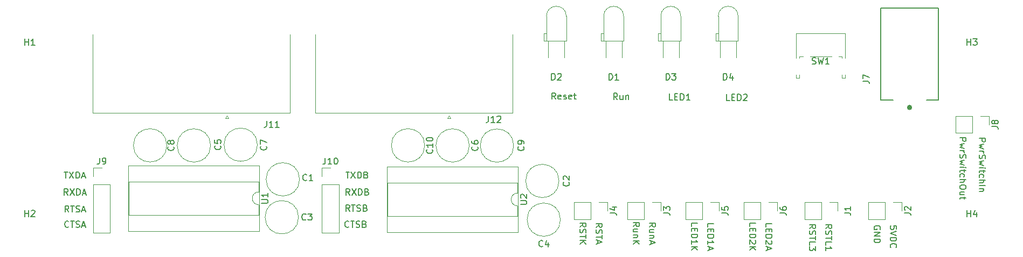
<source format=gto>
G04 #@! TF.GenerationSoftware,KiCad,Pcbnew,5.1.10*
G04 #@! TF.CreationDate,2021-11-29T20:01:27+01:00*
G04 #@! TF.ProjectId,RoscoFrontPanel,526f7363-6f46-4726-9f6e-7450616e656c,rev?*
G04 #@! TF.SameCoordinates,Original*
G04 #@! TF.FileFunction,Legend,Top*
G04 #@! TF.FilePolarity,Positive*
%FSLAX46Y46*%
G04 Gerber Fmt 4.6, Leading zero omitted, Abs format (unit mm)*
G04 Created by KiCad (PCBNEW 5.1.10) date 2021-11-29 20:01:27*
%MOMM*%
%LPD*%
G01*
G04 APERTURE LIST*
%ADD10C,0.150000*%
%ADD11C,0.127000*%
%ADD12C,0.400000*%
%ADD13C,0.120000*%
%ADD14O,4.500000X2.250000*%
%ADD15O,5.000000X2.500000*%
%ADD16C,4.000000*%
%ADD17C,1.600000*%
%ADD18R,1.600000X1.600000*%
%ADD19C,1.800000*%
%ADD20R,1.800000X1.800000*%
%ADD21C,2.100000*%
%ADD22C,1.750000*%
%ADD23C,6.400000*%
%ADD24O,1.600000X1.600000*%
%ADD25O,1.700000X1.700000*%
%ADD26R,1.700000X1.700000*%
G04 APERTURE END LIST*
D10*
X188949152Y-90977980D02*
X188472961Y-90977980D01*
X188472961Y-89977980D01*
X189282485Y-90454171D02*
X189615819Y-90454171D01*
X189758676Y-90977980D02*
X189282485Y-90977980D01*
X189282485Y-89977980D01*
X189758676Y-89977980D01*
X190187247Y-90977980D02*
X190187247Y-89977980D01*
X190425342Y-89977980D01*
X190568200Y-90025600D01*
X190663438Y-90120838D01*
X190711057Y-90216076D01*
X190758676Y-90406552D01*
X190758676Y-90549409D01*
X190711057Y-90739885D01*
X190663438Y-90835123D01*
X190568200Y-90930361D01*
X190425342Y-90977980D01*
X190187247Y-90977980D01*
X191139628Y-90073219D02*
X191187247Y-90025600D01*
X191282485Y-89977980D01*
X191520580Y-89977980D01*
X191615819Y-90025600D01*
X191663438Y-90073219D01*
X191711057Y-90168457D01*
X191711057Y-90263695D01*
X191663438Y-90406552D01*
X191092009Y-90977980D01*
X191711057Y-90977980D01*
X179982952Y-90901780D02*
X179506761Y-90901780D01*
X179506761Y-89901780D01*
X180316285Y-90377971D02*
X180649619Y-90377971D01*
X180792476Y-90901780D02*
X180316285Y-90901780D01*
X180316285Y-89901780D01*
X180792476Y-89901780D01*
X181221047Y-90901780D02*
X181221047Y-89901780D01*
X181459142Y-89901780D01*
X181602000Y-89949400D01*
X181697238Y-90044638D01*
X181744857Y-90139876D01*
X181792476Y-90330352D01*
X181792476Y-90473209D01*
X181744857Y-90663685D01*
X181697238Y-90758923D01*
X181602000Y-90854161D01*
X181459142Y-90901780D01*
X181221047Y-90901780D01*
X182744857Y-90901780D02*
X182173428Y-90901780D01*
X182459142Y-90901780D02*
X182459142Y-89901780D01*
X182363904Y-90044638D01*
X182268666Y-90139876D01*
X182173428Y-90187495D01*
X171311961Y-90825580D02*
X170978628Y-90349390D01*
X170740533Y-90825580D02*
X170740533Y-89825580D01*
X171121485Y-89825580D01*
X171216723Y-89873200D01*
X171264342Y-89920819D01*
X171311961Y-90016057D01*
X171311961Y-90158914D01*
X171264342Y-90254152D01*
X171216723Y-90301771D01*
X171121485Y-90349390D01*
X170740533Y-90349390D01*
X172169104Y-90158914D02*
X172169104Y-90825580D01*
X171740533Y-90158914D02*
X171740533Y-90682723D01*
X171788152Y-90777961D01*
X171883390Y-90825580D01*
X172026247Y-90825580D01*
X172121485Y-90777961D01*
X172169104Y-90730342D01*
X172645295Y-90158914D02*
X172645295Y-90825580D01*
X172645295Y-90254152D02*
X172692914Y-90206533D01*
X172788152Y-90158914D01*
X172931009Y-90158914D01*
X173026247Y-90206533D01*
X173073866Y-90301771D01*
X173073866Y-90825580D01*
X161626704Y-90749380D02*
X161293371Y-90273190D01*
X161055276Y-90749380D02*
X161055276Y-89749380D01*
X161436228Y-89749380D01*
X161531466Y-89797000D01*
X161579085Y-89844619D01*
X161626704Y-89939857D01*
X161626704Y-90082714D01*
X161579085Y-90177952D01*
X161531466Y-90225571D01*
X161436228Y-90273190D01*
X161055276Y-90273190D01*
X162436228Y-90701761D02*
X162340990Y-90749380D01*
X162150514Y-90749380D01*
X162055276Y-90701761D01*
X162007657Y-90606523D01*
X162007657Y-90225571D01*
X162055276Y-90130333D01*
X162150514Y-90082714D01*
X162340990Y-90082714D01*
X162436228Y-90130333D01*
X162483847Y-90225571D01*
X162483847Y-90320809D01*
X162007657Y-90416047D01*
X162864800Y-90701761D02*
X162960038Y-90749380D01*
X163150514Y-90749380D01*
X163245752Y-90701761D01*
X163293371Y-90606523D01*
X163293371Y-90558904D01*
X163245752Y-90463666D01*
X163150514Y-90416047D01*
X163007657Y-90416047D01*
X162912419Y-90368428D01*
X162864800Y-90273190D01*
X162864800Y-90225571D01*
X162912419Y-90130333D01*
X163007657Y-90082714D01*
X163150514Y-90082714D01*
X163245752Y-90130333D01*
X164102895Y-90701761D02*
X164007657Y-90749380D01*
X163817180Y-90749380D01*
X163721942Y-90701761D01*
X163674323Y-90606523D01*
X163674323Y-90225571D01*
X163721942Y-90130333D01*
X163817180Y-90082714D01*
X164007657Y-90082714D01*
X164102895Y-90130333D01*
X164150514Y-90225571D01*
X164150514Y-90320809D01*
X163674323Y-90416047D01*
X164436228Y-90082714D02*
X164817180Y-90082714D01*
X164579085Y-89749380D02*
X164579085Y-90606523D01*
X164626704Y-90701761D01*
X164721942Y-90749380D01*
X164817180Y-90749380D01*
X165409619Y-110839380D02*
X165885809Y-110506047D01*
X165409619Y-110267952D02*
X166409619Y-110267952D01*
X166409619Y-110648904D01*
X166362000Y-110744142D01*
X166314380Y-110791761D01*
X166219142Y-110839380D01*
X166076285Y-110839380D01*
X165981047Y-110791761D01*
X165933428Y-110744142D01*
X165885809Y-110648904D01*
X165885809Y-110267952D01*
X165457238Y-111220333D02*
X165409619Y-111363190D01*
X165409619Y-111601285D01*
X165457238Y-111696523D01*
X165504857Y-111744142D01*
X165600095Y-111791761D01*
X165695333Y-111791761D01*
X165790571Y-111744142D01*
X165838190Y-111696523D01*
X165885809Y-111601285D01*
X165933428Y-111410809D01*
X165981047Y-111315571D01*
X166028666Y-111267952D01*
X166123904Y-111220333D01*
X166219142Y-111220333D01*
X166314380Y-111267952D01*
X166362000Y-111315571D01*
X166409619Y-111410809D01*
X166409619Y-111648904D01*
X166362000Y-111791761D01*
X166409619Y-112077476D02*
X166409619Y-112648904D01*
X165409619Y-112363190D02*
X166409619Y-112363190D01*
X165409619Y-112982238D02*
X166409619Y-112982238D01*
X165409619Y-113553666D02*
X165981047Y-113125095D01*
X166409619Y-113553666D02*
X165838190Y-112982238D01*
X167949619Y-110910809D02*
X168425809Y-110577476D01*
X167949619Y-110339380D02*
X168949619Y-110339380D01*
X168949619Y-110720333D01*
X168902000Y-110815571D01*
X168854380Y-110863190D01*
X168759142Y-110910809D01*
X168616285Y-110910809D01*
X168521047Y-110863190D01*
X168473428Y-110815571D01*
X168425809Y-110720333D01*
X168425809Y-110339380D01*
X167997238Y-111291761D02*
X167949619Y-111434619D01*
X167949619Y-111672714D01*
X167997238Y-111767952D01*
X168044857Y-111815571D01*
X168140095Y-111863190D01*
X168235333Y-111863190D01*
X168330571Y-111815571D01*
X168378190Y-111767952D01*
X168425809Y-111672714D01*
X168473428Y-111482238D01*
X168521047Y-111387000D01*
X168568666Y-111339380D01*
X168663904Y-111291761D01*
X168759142Y-111291761D01*
X168854380Y-111339380D01*
X168902000Y-111387000D01*
X168949619Y-111482238D01*
X168949619Y-111720333D01*
X168902000Y-111863190D01*
X168949619Y-112148904D02*
X168949619Y-112720333D01*
X167949619Y-112434619D02*
X168949619Y-112434619D01*
X168235333Y-113006047D02*
X168235333Y-113482238D01*
X167949619Y-112910809D02*
X168949619Y-113244142D01*
X167949619Y-113577476D01*
X173791619Y-110791761D02*
X174267809Y-110458428D01*
X173791619Y-110220333D02*
X174791619Y-110220333D01*
X174791619Y-110601285D01*
X174744000Y-110696523D01*
X174696380Y-110744142D01*
X174601142Y-110791761D01*
X174458285Y-110791761D01*
X174363047Y-110744142D01*
X174315428Y-110696523D01*
X174267809Y-110601285D01*
X174267809Y-110220333D01*
X174458285Y-111648904D02*
X173791619Y-111648904D01*
X174458285Y-111220333D02*
X173934476Y-111220333D01*
X173839238Y-111267952D01*
X173791619Y-111363190D01*
X173791619Y-111506047D01*
X173839238Y-111601285D01*
X173886857Y-111648904D01*
X174458285Y-112125095D02*
X173791619Y-112125095D01*
X174363047Y-112125095D02*
X174410666Y-112172714D01*
X174458285Y-112267952D01*
X174458285Y-112410809D01*
X174410666Y-112506047D01*
X174315428Y-112553666D01*
X173791619Y-112553666D01*
X173791619Y-113029857D02*
X174791619Y-113029857D01*
X173791619Y-113601285D02*
X174363047Y-113172714D01*
X174791619Y-113601285D02*
X174220190Y-113029857D01*
X176331619Y-110863190D02*
X176807809Y-110529857D01*
X176331619Y-110291761D02*
X177331619Y-110291761D01*
X177331619Y-110672714D01*
X177284000Y-110767952D01*
X177236380Y-110815571D01*
X177141142Y-110863190D01*
X176998285Y-110863190D01*
X176903047Y-110815571D01*
X176855428Y-110767952D01*
X176807809Y-110672714D01*
X176807809Y-110291761D01*
X176998285Y-111720333D02*
X176331619Y-111720333D01*
X176998285Y-111291761D02*
X176474476Y-111291761D01*
X176379238Y-111339380D01*
X176331619Y-111434619D01*
X176331619Y-111577476D01*
X176379238Y-111672714D01*
X176426857Y-111720333D01*
X176998285Y-112196523D02*
X176331619Y-112196523D01*
X176903047Y-112196523D02*
X176950666Y-112244142D01*
X176998285Y-112339380D01*
X176998285Y-112482238D01*
X176950666Y-112577476D01*
X176855428Y-112625095D01*
X176331619Y-112625095D01*
X176617333Y-113053666D02*
X176617333Y-113529857D01*
X176331619Y-112958428D02*
X177331619Y-113291761D01*
X176331619Y-113625095D01*
X182935619Y-110775952D02*
X182935619Y-110299761D01*
X183935619Y-110299761D01*
X183459428Y-111109285D02*
X183459428Y-111442619D01*
X182935619Y-111585476D02*
X182935619Y-111109285D01*
X183935619Y-111109285D01*
X183935619Y-111585476D01*
X182935619Y-112014047D02*
X183935619Y-112014047D01*
X183935619Y-112252142D01*
X183888000Y-112395000D01*
X183792761Y-112490238D01*
X183697523Y-112537857D01*
X183507047Y-112585476D01*
X183364190Y-112585476D01*
X183173714Y-112537857D01*
X183078476Y-112490238D01*
X182983238Y-112395000D01*
X182935619Y-112252142D01*
X182935619Y-112014047D01*
X182935619Y-113537857D02*
X182935619Y-112966428D01*
X182935619Y-113252142D02*
X183935619Y-113252142D01*
X183792761Y-113156904D01*
X183697523Y-113061666D01*
X183649904Y-112966428D01*
X182935619Y-113966428D02*
X183935619Y-113966428D01*
X182935619Y-114537857D02*
X183507047Y-114109285D01*
X183935619Y-114537857D02*
X183364190Y-113966428D01*
X185475619Y-110847380D02*
X185475619Y-110371190D01*
X186475619Y-110371190D01*
X185999428Y-111180714D02*
X185999428Y-111514047D01*
X185475619Y-111656904D02*
X185475619Y-111180714D01*
X186475619Y-111180714D01*
X186475619Y-111656904D01*
X185475619Y-112085476D02*
X186475619Y-112085476D01*
X186475619Y-112323571D01*
X186428000Y-112466428D01*
X186332761Y-112561666D01*
X186237523Y-112609285D01*
X186047047Y-112656904D01*
X185904190Y-112656904D01*
X185713714Y-112609285D01*
X185618476Y-112561666D01*
X185523238Y-112466428D01*
X185475619Y-112323571D01*
X185475619Y-112085476D01*
X185475619Y-113609285D02*
X185475619Y-113037857D01*
X185475619Y-113323571D02*
X186475619Y-113323571D01*
X186332761Y-113228333D01*
X186237523Y-113133095D01*
X186189904Y-113037857D01*
X185761333Y-113990238D02*
X185761333Y-114466428D01*
X185475619Y-113895000D02*
X186475619Y-114228333D01*
X185475619Y-114561666D01*
X192079619Y-110775952D02*
X192079619Y-110299761D01*
X193079619Y-110299761D01*
X192603428Y-111109285D02*
X192603428Y-111442619D01*
X192079619Y-111585476D02*
X192079619Y-111109285D01*
X193079619Y-111109285D01*
X193079619Y-111585476D01*
X192079619Y-112014047D02*
X193079619Y-112014047D01*
X193079619Y-112252142D01*
X193032000Y-112395000D01*
X192936761Y-112490238D01*
X192841523Y-112537857D01*
X192651047Y-112585476D01*
X192508190Y-112585476D01*
X192317714Y-112537857D01*
X192222476Y-112490238D01*
X192127238Y-112395000D01*
X192079619Y-112252142D01*
X192079619Y-112014047D01*
X192984380Y-112966428D02*
X193032000Y-113014047D01*
X193079619Y-113109285D01*
X193079619Y-113347380D01*
X193032000Y-113442619D01*
X192984380Y-113490238D01*
X192889142Y-113537857D01*
X192793904Y-113537857D01*
X192651047Y-113490238D01*
X192079619Y-112918809D01*
X192079619Y-113537857D01*
X192079619Y-113966428D02*
X193079619Y-113966428D01*
X192079619Y-114537857D02*
X192651047Y-114109285D01*
X193079619Y-114537857D02*
X192508190Y-113966428D01*
X194619619Y-110847380D02*
X194619619Y-110371190D01*
X195619619Y-110371190D01*
X195143428Y-111180714D02*
X195143428Y-111514047D01*
X194619619Y-111656904D02*
X194619619Y-111180714D01*
X195619619Y-111180714D01*
X195619619Y-111656904D01*
X194619619Y-112085476D02*
X195619619Y-112085476D01*
X195619619Y-112323571D01*
X195572000Y-112466428D01*
X195476761Y-112561666D01*
X195381523Y-112609285D01*
X195191047Y-112656904D01*
X195048190Y-112656904D01*
X194857714Y-112609285D01*
X194762476Y-112561666D01*
X194667238Y-112466428D01*
X194619619Y-112323571D01*
X194619619Y-112085476D01*
X195524380Y-113037857D02*
X195572000Y-113085476D01*
X195619619Y-113180714D01*
X195619619Y-113418809D01*
X195572000Y-113514047D01*
X195524380Y-113561666D01*
X195429142Y-113609285D01*
X195333904Y-113609285D01*
X195191047Y-113561666D01*
X194619619Y-112990238D01*
X194619619Y-113609285D01*
X194905333Y-113990238D02*
X194905333Y-114466428D01*
X194619619Y-113895000D02*
X195619619Y-114228333D01*
X194619619Y-114561666D01*
X215177619Y-111204523D02*
X215177619Y-110728333D01*
X214701428Y-110680714D01*
X214749047Y-110728333D01*
X214796666Y-110823571D01*
X214796666Y-111061666D01*
X214749047Y-111156904D01*
X214701428Y-111204523D01*
X214606190Y-111252142D01*
X214368095Y-111252142D01*
X214272857Y-111204523D01*
X214225238Y-111156904D01*
X214177619Y-111061666D01*
X214177619Y-110823571D01*
X214225238Y-110728333D01*
X214272857Y-110680714D01*
X215177619Y-111537857D02*
X214177619Y-111871190D01*
X215177619Y-112204523D01*
X214177619Y-112537857D02*
X215177619Y-112537857D01*
X215177619Y-112775952D01*
X215130000Y-112918809D01*
X215034761Y-113014047D01*
X214939523Y-113061666D01*
X214749047Y-113109285D01*
X214606190Y-113109285D01*
X214415714Y-113061666D01*
X214320476Y-113014047D01*
X214225238Y-112918809D01*
X214177619Y-112775952D01*
X214177619Y-112537857D01*
X214272857Y-114109285D02*
X214225238Y-114061666D01*
X214177619Y-113918809D01*
X214177619Y-113823571D01*
X214225238Y-113680714D01*
X214320476Y-113585476D01*
X214415714Y-113537857D01*
X214606190Y-113490238D01*
X214749047Y-113490238D01*
X214939523Y-113537857D01*
X215034761Y-113585476D01*
X215130000Y-113680714D01*
X215177619Y-113823571D01*
X215177619Y-113918809D01*
X215130000Y-114061666D01*
X215082380Y-114109285D01*
X212590000Y-111252095D02*
X212637619Y-111156857D01*
X212637619Y-111014000D01*
X212590000Y-110871142D01*
X212494761Y-110775904D01*
X212399523Y-110728285D01*
X212209047Y-110680666D01*
X212066190Y-110680666D01*
X211875714Y-110728285D01*
X211780476Y-110775904D01*
X211685238Y-110871142D01*
X211637619Y-111014000D01*
X211637619Y-111109238D01*
X211685238Y-111252095D01*
X211732857Y-111299714D01*
X212066190Y-111299714D01*
X212066190Y-111109238D01*
X211637619Y-111728285D02*
X212637619Y-111728285D01*
X211637619Y-112299714D01*
X212637619Y-112299714D01*
X211637619Y-112775904D02*
X212637619Y-112775904D01*
X212637619Y-113014000D01*
X212590000Y-113156857D01*
X212494761Y-113252095D01*
X212399523Y-113299714D01*
X212209047Y-113347333D01*
X212066190Y-113347333D01*
X211875714Y-113299714D01*
X211780476Y-113252095D01*
X211685238Y-113156857D01*
X211637619Y-113014000D01*
X211637619Y-112775904D01*
X225099619Y-96838095D02*
X226099619Y-96838095D01*
X226099619Y-97219047D01*
X226052000Y-97314285D01*
X226004380Y-97361904D01*
X225909142Y-97409523D01*
X225766285Y-97409523D01*
X225671047Y-97361904D01*
X225623428Y-97314285D01*
X225575809Y-97219047D01*
X225575809Y-96838095D01*
X225766285Y-97742857D02*
X225099619Y-97933333D01*
X225575809Y-98123809D01*
X225099619Y-98314285D01*
X225766285Y-98504761D01*
X225099619Y-98885714D02*
X225766285Y-98885714D01*
X225575809Y-98885714D02*
X225671047Y-98933333D01*
X225718666Y-98980952D01*
X225766285Y-99076190D01*
X225766285Y-99171428D01*
X225147238Y-99457142D02*
X225099619Y-99600000D01*
X225099619Y-99838095D01*
X225147238Y-99933333D01*
X225194857Y-99980952D01*
X225290095Y-100028571D01*
X225385333Y-100028571D01*
X225480571Y-99980952D01*
X225528190Y-99933333D01*
X225575809Y-99838095D01*
X225623428Y-99647619D01*
X225671047Y-99552380D01*
X225718666Y-99504761D01*
X225813904Y-99457142D01*
X225909142Y-99457142D01*
X226004380Y-99504761D01*
X226052000Y-99552380D01*
X226099619Y-99647619D01*
X226099619Y-99885714D01*
X226052000Y-100028571D01*
X225766285Y-100361904D02*
X225099619Y-100552380D01*
X225575809Y-100742857D01*
X225099619Y-100933333D01*
X225766285Y-101123809D01*
X225099619Y-101504761D02*
X225766285Y-101504761D01*
X226099619Y-101504761D02*
X226052000Y-101457142D01*
X226004380Y-101504761D01*
X226052000Y-101552380D01*
X226099619Y-101504761D01*
X226004380Y-101504761D01*
X225766285Y-101838095D02*
X225766285Y-102219047D01*
X226099619Y-101980952D02*
X225242476Y-101980952D01*
X225147238Y-102028571D01*
X225099619Y-102123809D01*
X225099619Y-102219047D01*
X225147238Y-102980952D02*
X225099619Y-102885714D01*
X225099619Y-102695238D01*
X225147238Y-102600000D01*
X225194857Y-102552380D01*
X225290095Y-102504761D01*
X225575809Y-102504761D01*
X225671047Y-102552380D01*
X225718666Y-102600000D01*
X225766285Y-102695238D01*
X225766285Y-102885714D01*
X225718666Y-102980952D01*
X225099619Y-103409523D02*
X226099619Y-103409523D01*
X225099619Y-103838095D02*
X225623428Y-103838095D01*
X225718666Y-103790476D01*
X225766285Y-103695238D01*
X225766285Y-103552380D01*
X225718666Y-103457142D01*
X225671047Y-103409523D01*
X226099619Y-104504761D02*
X226099619Y-104695238D01*
X226052000Y-104790476D01*
X225956761Y-104885714D01*
X225766285Y-104933333D01*
X225432952Y-104933333D01*
X225242476Y-104885714D01*
X225147238Y-104790476D01*
X225099619Y-104695238D01*
X225099619Y-104504761D01*
X225147238Y-104409523D01*
X225242476Y-104314285D01*
X225432952Y-104266666D01*
X225766285Y-104266666D01*
X225956761Y-104314285D01*
X226052000Y-104409523D01*
X226099619Y-104504761D01*
X225766285Y-105790476D02*
X225099619Y-105790476D01*
X225766285Y-105361904D02*
X225242476Y-105361904D01*
X225147238Y-105409523D01*
X225099619Y-105504761D01*
X225099619Y-105647619D01*
X225147238Y-105742857D01*
X225194857Y-105790476D01*
X225766285Y-106123809D02*
X225766285Y-106504761D01*
X226099619Y-106266666D02*
X225242476Y-106266666D01*
X225147238Y-106314285D01*
X225099619Y-106409523D01*
X225099619Y-106504761D01*
X228147619Y-96901523D02*
X229147619Y-96901523D01*
X229147619Y-97282476D01*
X229100000Y-97377714D01*
X229052380Y-97425333D01*
X228957142Y-97472952D01*
X228814285Y-97472952D01*
X228719047Y-97425333D01*
X228671428Y-97377714D01*
X228623809Y-97282476D01*
X228623809Y-96901523D01*
X228814285Y-97806285D02*
X228147619Y-97996761D01*
X228623809Y-98187238D01*
X228147619Y-98377714D01*
X228814285Y-98568190D01*
X228147619Y-98949142D02*
X228814285Y-98949142D01*
X228623809Y-98949142D02*
X228719047Y-98996761D01*
X228766666Y-99044380D01*
X228814285Y-99139619D01*
X228814285Y-99234857D01*
X228195238Y-99520571D02*
X228147619Y-99663428D01*
X228147619Y-99901523D01*
X228195238Y-99996761D01*
X228242857Y-100044380D01*
X228338095Y-100092000D01*
X228433333Y-100092000D01*
X228528571Y-100044380D01*
X228576190Y-99996761D01*
X228623809Y-99901523D01*
X228671428Y-99711047D01*
X228719047Y-99615809D01*
X228766666Y-99568190D01*
X228861904Y-99520571D01*
X228957142Y-99520571D01*
X229052380Y-99568190D01*
X229100000Y-99615809D01*
X229147619Y-99711047D01*
X229147619Y-99949142D01*
X229100000Y-100092000D01*
X228814285Y-100425333D02*
X228147619Y-100615809D01*
X228623809Y-100806285D01*
X228147619Y-100996761D01*
X228814285Y-101187238D01*
X228147619Y-101568190D02*
X228814285Y-101568190D01*
X229147619Y-101568190D02*
X229100000Y-101520571D01*
X229052380Y-101568190D01*
X229100000Y-101615809D01*
X229147619Y-101568190D01*
X229052380Y-101568190D01*
X228814285Y-101901523D02*
X228814285Y-102282476D01*
X229147619Y-102044380D02*
X228290476Y-102044380D01*
X228195238Y-102092000D01*
X228147619Y-102187238D01*
X228147619Y-102282476D01*
X228195238Y-103044380D02*
X228147619Y-102949142D01*
X228147619Y-102758666D01*
X228195238Y-102663428D01*
X228242857Y-102615809D01*
X228338095Y-102568190D01*
X228623809Y-102568190D01*
X228719047Y-102615809D01*
X228766666Y-102663428D01*
X228814285Y-102758666D01*
X228814285Y-102949142D01*
X228766666Y-103044380D01*
X228147619Y-103472952D02*
X229147619Y-103472952D01*
X228147619Y-103901523D02*
X228671428Y-103901523D01*
X228766666Y-103853904D01*
X228814285Y-103758666D01*
X228814285Y-103615809D01*
X228766666Y-103520571D01*
X228719047Y-103472952D01*
X228147619Y-104377714D02*
X229147619Y-104377714D01*
X228814285Y-104853904D02*
X228147619Y-104853904D01*
X228719047Y-104853904D02*
X228766666Y-104901523D01*
X228814285Y-104996761D01*
X228814285Y-105139619D01*
X228766666Y-105234857D01*
X228671428Y-105282476D01*
X228147619Y-105282476D01*
X201477619Y-111093428D02*
X201953809Y-110760095D01*
X201477619Y-110522000D02*
X202477619Y-110522000D01*
X202477619Y-110902952D01*
X202430000Y-110998190D01*
X202382380Y-111045809D01*
X202287142Y-111093428D01*
X202144285Y-111093428D01*
X202049047Y-111045809D01*
X202001428Y-110998190D01*
X201953809Y-110902952D01*
X201953809Y-110522000D01*
X201525238Y-111474380D02*
X201477619Y-111617238D01*
X201477619Y-111855333D01*
X201525238Y-111950571D01*
X201572857Y-111998190D01*
X201668095Y-112045809D01*
X201763333Y-112045809D01*
X201858571Y-111998190D01*
X201906190Y-111950571D01*
X201953809Y-111855333D01*
X202001428Y-111664857D01*
X202049047Y-111569619D01*
X202096666Y-111522000D01*
X202191904Y-111474380D01*
X202287142Y-111474380D01*
X202382380Y-111522000D01*
X202430000Y-111569619D01*
X202477619Y-111664857D01*
X202477619Y-111902952D01*
X202430000Y-112045809D01*
X202477619Y-112331523D02*
X202477619Y-112902952D01*
X201477619Y-112617238D02*
X202477619Y-112617238D01*
X201477619Y-113712476D02*
X201477619Y-113236285D01*
X202477619Y-113236285D01*
X202477619Y-113950571D02*
X202477619Y-114569619D01*
X202096666Y-114236285D01*
X202096666Y-114379142D01*
X202049047Y-114474380D01*
X202001428Y-114522000D01*
X201906190Y-114569619D01*
X201668095Y-114569619D01*
X201572857Y-114522000D01*
X201525238Y-114474380D01*
X201477619Y-114379142D01*
X201477619Y-114093428D01*
X201525238Y-113998190D01*
X201572857Y-113950571D01*
X204017619Y-111093428D02*
X204493809Y-110760095D01*
X204017619Y-110522000D02*
X205017619Y-110522000D01*
X205017619Y-110902952D01*
X204970000Y-110998190D01*
X204922380Y-111045809D01*
X204827142Y-111093428D01*
X204684285Y-111093428D01*
X204589047Y-111045809D01*
X204541428Y-110998190D01*
X204493809Y-110902952D01*
X204493809Y-110522000D01*
X204065238Y-111474380D02*
X204017619Y-111617238D01*
X204017619Y-111855333D01*
X204065238Y-111950571D01*
X204112857Y-111998190D01*
X204208095Y-112045809D01*
X204303333Y-112045809D01*
X204398571Y-111998190D01*
X204446190Y-111950571D01*
X204493809Y-111855333D01*
X204541428Y-111664857D01*
X204589047Y-111569619D01*
X204636666Y-111522000D01*
X204731904Y-111474380D01*
X204827142Y-111474380D01*
X204922380Y-111522000D01*
X204970000Y-111569619D01*
X205017619Y-111664857D01*
X205017619Y-111902952D01*
X204970000Y-112045809D01*
X205017619Y-112331523D02*
X205017619Y-112902952D01*
X204017619Y-112617238D02*
X205017619Y-112617238D01*
X204017619Y-113712476D02*
X204017619Y-113236285D01*
X205017619Y-113236285D01*
X204017619Y-114569619D02*
X204017619Y-113998190D01*
X204017619Y-114283904D02*
X205017619Y-114283904D01*
X204874761Y-114188666D01*
X204779523Y-114093428D01*
X204731904Y-113998190D01*
X129127380Y-110847142D02*
X129079761Y-110894761D01*
X128936904Y-110942380D01*
X128841666Y-110942380D01*
X128698809Y-110894761D01*
X128603571Y-110799523D01*
X128555952Y-110704285D01*
X128508333Y-110513809D01*
X128508333Y-110370952D01*
X128555952Y-110180476D01*
X128603571Y-110085238D01*
X128698809Y-109990000D01*
X128841666Y-109942380D01*
X128936904Y-109942380D01*
X129079761Y-109990000D01*
X129127380Y-110037619D01*
X129413095Y-109942380D02*
X129984523Y-109942380D01*
X129698809Y-110942380D02*
X129698809Y-109942380D01*
X130270238Y-110894761D02*
X130413095Y-110942380D01*
X130651190Y-110942380D01*
X130746428Y-110894761D01*
X130794047Y-110847142D01*
X130841666Y-110751904D01*
X130841666Y-110656666D01*
X130794047Y-110561428D01*
X130746428Y-110513809D01*
X130651190Y-110466190D01*
X130460714Y-110418571D01*
X130365476Y-110370952D01*
X130317857Y-110323333D01*
X130270238Y-110228095D01*
X130270238Y-110132857D01*
X130317857Y-110037619D01*
X130365476Y-109990000D01*
X130460714Y-109942380D01*
X130698809Y-109942380D01*
X130841666Y-109990000D01*
X131603571Y-110418571D02*
X131746428Y-110466190D01*
X131794047Y-110513809D01*
X131841666Y-110609047D01*
X131841666Y-110751904D01*
X131794047Y-110847142D01*
X131746428Y-110894761D01*
X131651190Y-110942380D01*
X131270238Y-110942380D01*
X131270238Y-109942380D01*
X131603571Y-109942380D01*
X131698809Y-109990000D01*
X131746428Y-110037619D01*
X131794047Y-110132857D01*
X131794047Y-110228095D01*
X131746428Y-110323333D01*
X131698809Y-110370952D01*
X131603571Y-110418571D01*
X131270238Y-110418571D01*
X129254380Y-108402380D02*
X128921047Y-107926190D01*
X128682952Y-108402380D02*
X128682952Y-107402380D01*
X129063904Y-107402380D01*
X129159142Y-107450000D01*
X129206761Y-107497619D01*
X129254380Y-107592857D01*
X129254380Y-107735714D01*
X129206761Y-107830952D01*
X129159142Y-107878571D01*
X129063904Y-107926190D01*
X128682952Y-107926190D01*
X129540095Y-107402380D02*
X130111523Y-107402380D01*
X129825809Y-108402380D02*
X129825809Y-107402380D01*
X130397238Y-108354761D02*
X130540095Y-108402380D01*
X130778190Y-108402380D01*
X130873428Y-108354761D01*
X130921047Y-108307142D01*
X130968666Y-108211904D01*
X130968666Y-108116666D01*
X130921047Y-108021428D01*
X130873428Y-107973809D01*
X130778190Y-107926190D01*
X130587714Y-107878571D01*
X130492476Y-107830952D01*
X130444857Y-107783333D01*
X130397238Y-107688095D01*
X130397238Y-107592857D01*
X130444857Y-107497619D01*
X130492476Y-107450000D01*
X130587714Y-107402380D01*
X130825809Y-107402380D01*
X130968666Y-107450000D01*
X131730571Y-107878571D02*
X131873428Y-107926190D01*
X131921047Y-107973809D01*
X131968666Y-108069047D01*
X131968666Y-108211904D01*
X131921047Y-108307142D01*
X131873428Y-108354761D01*
X131778190Y-108402380D01*
X131397238Y-108402380D01*
X131397238Y-107402380D01*
X131730571Y-107402380D01*
X131825809Y-107450000D01*
X131873428Y-107497619D01*
X131921047Y-107592857D01*
X131921047Y-107688095D01*
X131873428Y-107783333D01*
X131825809Y-107830952D01*
X131730571Y-107878571D01*
X131397238Y-107878571D01*
X129262333Y-105862380D02*
X128929000Y-105386190D01*
X128690904Y-105862380D02*
X128690904Y-104862380D01*
X129071857Y-104862380D01*
X129167095Y-104910000D01*
X129214714Y-104957619D01*
X129262333Y-105052857D01*
X129262333Y-105195714D01*
X129214714Y-105290952D01*
X129167095Y-105338571D01*
X129071857Y-105386190D01*
X128690904Y-105386190D01*
X129595666Y-104862380D02*
X130262333Y-105862380D01*
X130262333Y-104862380D02*
X129595666Y-105862380D01*
X130643285Y-105862380D02*
X130643285Y-104862380D01*
X130881380Y-104862380D01*
X131024238Y-104910000D01*
X131119476Y-105005238D01*
X131167095Y-105100476D01*
X131214714Y-105290952D01*
X131214714Y-105433809D01*
X131167095Y-105624285D01*
X131119476Y-105719523D01*
X131024238Y-105814761D01*
X130881380Y-105862380D01*
X130643285Y-105862380D01*
X131976619Y-105338571D02*
X132119476Y-105386190D01*
X132167095Y-105433809D01*
X132214714Y-105529047D01*
X132214714Y-105671904D01*
X132167095Y-105767142D01*
X132119476Y-105814761D01*
X132024238Y-105862380D01*
X131643285Y-105862380D01*
X131643285Y-104862380D01*
X131976619Y-104862380D01*
X132071857Y-104910000D01*
X132119476Y-104957619D01*
X132167095Y-105052857D01*
X132167095Y-105148095D01*
X132119476Y-105243333D01*
X132071857Y-105290952D01*
X131976619Y-105338571D01*
X131643285Y-105338571D01*
X128667095Y-102195380D02*
X129238523Y-102195380D01*
X128952809Y-103195380D02*
X128952809Y-102195380D01*
X129476619Y-102195380D02*
X130143285Y-103195380D01*
X130143285Y-102195380D02*
X129476619Y-103195380D01*
X130524238Y-103195380D02*
X130524238Y-102195380D01*
X130762333Y-102195380D01*
X130905190Y-102243000D01*
X131000428Y-102338238D01*
X131048047Y-102433476D01*
X131095666Y-102623952D01*
X131095666Y-102766809D01*
X131048047Y-102957285D01*
X131000428Y-103052523D01*
X130905190Y-103147761D01*
X130762333Y-103195380D01*
X130524238Y-103195380D01*
X131857571Y-102671571D02*
X132000428Y-102719190D01*
X132048047Y-102766809D01*
X132095666Y-102862047D01*
X132095666Y-103004904D01*
X132048047Y-103100142D01*
X132000428Y-103147761D01*
X131905190Y-103195380D01*
X131524238Y-103195380D01*
X131524238Y-102195380D01*
X131857571Y-102195380D01*
X131952809Y-102243000D01*
X132000428Y-102290619D01*
X132048047Y-102385857D01*
X132048047Y-102481095D01*
X132000428Y-102576333D01*
X131952809Y-102623952D01*
X131857571Y-102671571D01*
X131524238Y-102671571D01*
X85129809Y-110847142D02*
X85082190Y-110894761D01*
X84939333Y-110942380D01*
X84844095Y-110942380D01*
X84701238Y-110894761D01*
X84606000Y-110799523D01*
X84558380Y-110704285D01*
X84510761Y-110513809D01*
X84510761Y-110370952D01*
X84558380Y-110180476D01*
X84606000Y-110085238D01*
X84701238Y-109990000D01*
X84844095Y-109942380D01*
X84939333Y-109942380D01*
X85082190Y-109990000D01*
X85129809Y-110037619D01*
X85415523Y-109942380D02*
X85986952Y-109942380D01*
X85701238Y-110942380D02*
X85701238Y-109942380D01*
X86272666Y-110894761D02*
X86415523Y-110942380D01*
X86653619Y-110942380D01*
X86748857Y-110894761D01*
X86796476Y-110847142D01*
X86844095Y-110751904D01*
X86844095Y-110656666D01*
X86796476Y-110561428D01*
X86748857Y-110513809D01*
X86653619Y-110466190D01*
X86463142Y-110418571D01*
X86367904Y-110370952D01*
X86320285Y-110323333D01*
X86272666Y-110228095D01*
X86272666Y-110132857D01*
X86320285Y-110037619D01*
X86367904Y-109990000D01*
X86463142Y-109942380D01*
X86701238Y-109942380D01*
X86844095Y-109990000D01*
X87225047Y-110656666D02*
X87701238Y-110656666D01*
X87129809Y-110942380D02*
X87463142Y-109942380D01*
X87796476Y-110942380D01*
X85129809Y-108529380D02*
X84796476Y-108053190D01*
X84558380Y-108529380D02*
X84558380Y-107529380D01*
X84939333Y-107529380D01*
X85034571Y-107577000D01*
X85082190Y-107624619D01*
X85129809Y-107719857D01*
X85129809Y-107862714D01*
X85082190Y-107957952D01*
X85034571Y-108005571D01*
X84939333Y-108053190D01*
X84558380Y-108053190D01*
X85415523Y-107529380D02*
X85986952Y-107529380D01*
X85701238Y-108529380D02*
X85701238Y-107529380D01*
X86272666Y-108481761D02*
X86415523Y-108529380D01*
X86653619Y-108529380D01*
X86748857Y-108481761D01*
X86796476Y-108434142D01*
X86844095Y-108338904D01*
X86844095Y-108243666D01*
X86796476Y-108148428D01*
X86748857Y-108100809D01*
X86653619Y-108053190D01*
X86463142Y-108005571D01*
X86367904Y-107957952D01*
X86320285Y-107910333D01*
X86272666Y-107815095D01*
X86272666Y-107719857D01*
X86320285Y-107624619D01*
X86367904Y-107577000D01*
X86463142Y-107529380D01*
X86701238Y-107529380D01*
X86844095Y-107577000D01*
X87225047Y-108243666D02*
X87701238Y-108243666D01*
X87129809Y-108529380D02*
X87463142Y-107529380D01*
X87796476Y-108529380D01*
X85010761Y-105862380D02*
X84677428Y-105386190D01*
X84439333Y-105862380D02*
X84439333Y-104862380D01*
X84820285Y-104862380D01*
X84915523Y-104910000D01*
X84963142Y-104957619D01*
X85010761Y-105052857D01*
X85010761Y-105195714D01*
X84963142Y-105290952D01*
X84915523Y-105338571D01*
X84820285Y-105386190D01*
X84439333Y-105386190D01*
X85344095Y-104862380D02*
X86010761Y-105862380D01*
X86010761Y-104862380D02*
X85344095Y-105862380D01*
X86391714Y-105862380D02*
X86391714Y-104862380D01*
X86629809Y-104862380D01*
X86772666Y-104910000D01*
X86867904Y-105005238D01*
X86915523Y-105100476D01*
X86963142Y-105290952D01*
X86963142Y-105433809D01*
X86915523Y-105624285D01*
X86867904Y-105719523D01*
X86772666Y-105814761D01*
X86629809Y-105862380D01*
X86391714Y-105862380D01*
X87344095Y-105576666D02*
X87820285Y-105576666D01*
X87248857Y-105862380D02*
X87582190Y-104862380D01*
X87915523Y-105862380D01*
X84415523Y-102195380D02*
X84986952Y-102195380D01*
X84701238Y-103195380D02*
X84701238Y-102195380D01*
X85225047Y-102195380D02*
X85891714Y-103195380D01*
X85891714Y-102195380D02*
X85225047Y-103195380D01*
X86272666Y-103195380D02*
X86272666Y-102195380D01*
X86510761Y-102195380D01*
X86653619Y-102243000D01*
X86748857Y-102338238D01*
X86796476Y-102433476D01*
X86844095Y-102623952D01*
X86844095Y-102766809D01*
X86796476Y-102957285D01*
X86748857Y-103052523D01*
X86653619Y-103147761D01*
X86510761Y-103195380D01*
X86272666Y-103195380D01*
X87225047Y-102909666D02*
X87701238Y-102909666D01*
X87129809Y-103195380D02*
X87463142Y-102195380D01*
X87796476Y-103195380D01*
D11*
X212720800Y-76368400D02*
X221720800Y-76368400D01*
X221720800Y-76368400D02*
X221720800Y-90868400D01*
X221720800Y-90868400D02*
X219870800Y-90868400D01*
X212720800Y-90868400D02*
X212720800Y-76368400D01*
X214670800Y-90868400D02*
X212720800Y-90868400D01*
D12*
X217420800Y-92068400D02*
G75*
G03*
X217420800Y-92068400I-200000J0D01*
G01*
D13*
X154825000Y-80560000D02*
X154825000Y-92900000D01*
X154825000Y-92900000D02*
X123855000Y-92900000D01*
X123855000Y-92900000D02*
X123855000Y-80560000D01*
X145130000Y-93794338D02*
X144630000Y-93794338D01*
X144630000Y-93794338D02*
X144880000Y-93361325D01*
X144880000Y-93361325D02*
X145130000Y-93794338D01*
X119905000Y-80550000D02*
X119905000Y-92890000D01*
X119905000Y-92890000D02*
X88935000Y-92890000D01*
X88935000Y-92890000D02*
X88935000Y-80550000D01*
X110210000Y-93784338D02*
X109710000Y-93784338D01*
X109710000Y-93784338D02*
X109960000Y-93351325D01*
X109960000Y-93351325D02*
X110210000Y-93784338D01*
X190282000Y-81550000D02*
X190282000Y-77690000D01*
X187162000Y-81550000D02*
X187162000Y-77690000D01*
X190282000Y-81550000D02*
X187162000Y-81550000D01*
X186762000Y-81550000D02*
X186762000Y-80430000D01*
X186762000Y-80430000D02*
X187162000Y-80430000D01*
X187162000Y-80430000D02*
X187162000Y-81550000D01*
X187162000Y-81550000D02*
X186762000Y-81550000D01*
X189992000Y-84220000D02*
X189992000Y-81550000D01*
X189992000Y-81550000D02*
X189992000Y-81550000D01*
X189992000Y-81550000D02*
X189992000Y-84220000D01*
X189992000Y-84220000D02*
X189992000Y-84220000D01*
X187452000Y-84220000D02*
X187452000Y-81550000D01*
X187452000Y-81550000D02*
X187452000Y-81550000D01*
X187452000Y-81550000D02*
X187452000Y-84220000D01*
X187452000Y-84220000D02*
X187452000Y-84220000D01*
X187162000Y-77690000D02*
G75*
G02*
X190282000Y-77690000I1560000J0D01*
G01*
X181265000Y-81550000D02*
X181265000Y-77690000D01*
X178145000Y-81550000D02*
X178145000Y-77690000D01*
X181265000Y-81550000D02*
X178145000Y-81550000D01*
X177745000Y-81550000D02*
X177745000Y-80430000D01*
X177745000Y-80430000D02*
X178145000Y-80430000D01*
X178145000Y-80430000D02*
X178145000Y-81550000D01*
X178145000Y-81550000D02*
X177745000Y-81550000D01*
X180975000Y-84220000D02*
X180975000Y-81550000D01*
X180975000Y-81550000D02*
X180975000Y-81550000D01*
X180975000Y-81550000D02*
X180975000Y-84220000D01*
X180975000Y-84220000D02*
X180975000Y-84220000D01*
X178435000Y-84220000D02*
X178435000Y-81550000D01*
X178435000Y-81550000D02*
X178435000Y-81550000D01*
X178435000Y-81550000D02*
X178435000Y-84220000D01*
X178435000Y-84220000D02*
X178435000Y-84220000D01*
X178145000Y-77690000D02*
G75*
G02*
X181265000Y-77690000I1560000J0D01*
G01*
X160460000Y-84220000D02*
X160460000Y-84220000D01*
X160460000Y-81550000D02*
X160460000Y-84220000D01*
X160460000Y-81550000D02*
X160460000Y-81550000D01*
X160460000Y-84220000D02*
X160460000Y-81550000D01*
X163000000Y-84220000D02*
X163000000Y-84220000D01*
X163000000Y-81550000D02*
X163000000Y-84220000D01*
X163000000Y-81550000D02*
X163000000Y-81550000D01*
X163000000Y-84220000D02*
X163000000Y-81550000D01*
X160170000Y-81550000D02*
X159770000Y-81550000D01*
X160170000Y-80430000D02*
X160170000Y-81550000D01*
X159770000Y-80430000D02*
X160170000Y-80430000D01*
X159770000Y-81550000D02*
X159770000Y-80430000D01*
X163290000Y-81550000D02*
X160170000Y-81550000D01*
X160170000Y-81550000D02*
X160170000Y-77690000D01*
X163290000Y-81550000D02*
X163290000Y-77690000D01*
X160170000Y-77690000D02*
G75*
G02*
X163290000Y-77690000I1560000J0D01*
G01*
X169460000Y-84220000D02*
X169460000Y-84220000D01*
X169460000Y-81550000D02*
X169460000Y-84220000D01*
X169460000Y-81550000D02*
X169460000Y-81550000D01*
X169460000Y-84220000D02*
X169460000Y-81550000D01*
X172000000Y-84220000D02*
X172000000Y-84220000D01*
X172000000Y-81550000D02*
X172000000Y-84220000D01*
X172000000Y-81550000D02*
X172000000Y-81550000D01*
X172000000Y-84220000D02*
X172000000Y-81550000D01*
X169170000Y-81550000D02*
X168770000Y-81550000D01*
X169170000Y-80430000D02*
X169170000Y-81550000D01*
X168770000Y-80430000D02*
X169170000Y-80430000D01*
X168770000Y-81550000D02*
X168770000Y-80430000D01*
X172290000Y-81550000D02*
X169170000Y-81550000D01*
X169170000Y-81550000D02*
X169170000Y-77690000D01*
X172290000Y-81550000D02*
X172290000Y-77690000D01*
X169170000Y-77690000D02*
G75*
G02*
X172290000Y-77690000I1560000J0D01*
G01*
X201550000Y-84060000D02*
X204950000Y-84060000D01*
X199910000Y-84060000D02*
X200450000Y-84060000D01*
X207110000Y-86890000D02*
X207110000Y-87400000D01*
X206590000Y-87400000D02*
X207110000Y-87400000D01*
X206590000Y-86890000D02*
X206590000Y-87400000D01*
X206050000Y-84060000D02*
X206590000Y-84060000D01*
X199390000Y-86890000D02*
X199390000Y-87400000D01*
X199910000Y-86890000D02*
X199910000Y-87400000D01*
X206590000Y-84060000D02*
X206590000Y-84290000D01*
X199390000Y-80390000D02*
X199390000Y-84290000D01*
X199390000Y-87400000D02*
X199910000Y-87400000D01*
X207110000Y-80390000D02*
X207110000Y-84290000D01*
X199390000Y-80390000D02*
X207110000Y-80390000D01*
X199910000Y-84060000D02*
X199910000Y-84290000D01*
X155699000Y-111691000D02*
X155699000Y-101411000D01*
X135139000Y-111691000D02*
X155699000Y-111691000D01*
X135139000Y-101411000D02*
X135139000Y-111691000D01*
X155699000Y-101411000D02*
X135139000Y-101411000D01*
X155639000Y-109201000D02*
X155639000Y-107551000D01*
X135199000Y-109201000D02*
X155639000Y-109201000D01*
X135199000Y-103901000D02*
X135199000Y-109201000D01*
X155639000Y-103901000D02*
X135199000Y-103901000D01*
X155639000Y-105551000D02*
X155639000Y-103901000D01*
X155639000Y-107551000D02*
G75*
G02*
X155639000Y-105551000I0J1000000D01*
G01*
X115029600Y-111515200D02*
X115029600Y-101235200D01*
X94469600Y-111515200D02*
X115029600Y-111515200D01*
X94469600Y-101235200D02*
X94469600Y-111515200D01*
X115029600Y-101235200D02*
X94469600Y-101235200D01*
X114969600Y-109025200D02*
X114969600Y-107375200D01*
X94529600Y-109025200D02*
X114969600Y-109025200D01*
X94529600Y-103725200D02*
X94529600Y-109025200D01*
X114969600Y-103725200D02*
X94529600Y-103725200D01*
X114969600Y-105375200D02*
X114969600Y-103725200D01*
X114969600Y-107375200D02*
G75*
G02*
X114969600Y-105375200I0J1000000D01*
G01*
X124908000Y-101540000D02*
X126238000Y-101540000D01*
X124908000Y-102870000D02*
X124908000Y-101540000D01*
X124908000Y-104140000D02*
X127568000Y-104140000D01*
X127568000Y-104140000D02*
X127568000Y-111820000D01*
X124908000Y-104140000D02*
X124908000Y-111820000D01*
X124908000Y-111820000D02*
X127568000Y-111820000D01*
X88967000Y-101540000D02*
X90297000Y-101540000D01*
X88967000Y-102870000D02*
X88967000Y-101540000D01*
X88967000Y-104140000D02*
X91627000Y-104140000D01*
X91627000Y-104140000D02*
X91627000Y-111820000D01*
X88967000Y-104140000D02*
X88967000Y-111820000D01*
X88967000Y-111820000D02*
X91627000Y-111820000D01*
X229676000Y-93412000D02*
X229676000Y-94742000D01*
X228346000Y-93412000D02*
X229676000Y-93412000D01*
X227076000Y-93412000D02*
X227076000Y-96072000D01*
X227076000Y-96072000D02*
X224476000Y-96072000D01*
X227076000Y-93412000D02*
X224476000Y-93412000D01*
X224476000Y-93412000D02*
X224476000Y-96072000D01*
X196402000Y-107001000D02*
X196402000Y-108331000D01*
X195072000Y-107001000D02*
X196402000Y-107001000D01*
X193802000Y-107001000D02*
X193802000Y-109661000D01*
X193802000Y-109661000D02*
X191202000Y-109661000D01*
X193802000Y-107001000D02*
X191202000Y-107001000D01*
X191202000Y-107001000D02*
X191202000Y-109661000D01*
X187258000Y-107001000D02*
X187258000Y-108331000D01*
X185928000Y-107001000D02*
X187258000Y-107001000D01*
X184658000Y-107001000D02*
X184658000Y-109661000D01*
X184658000Y-109661000D02*
X182058000Y-109661000D01*
X184658000Y-107001000D02*
X182058000Y-107001000D01*
X182058000Y-107001000D02*
X182058000Y-109661000D01*
X169732000Y-107001000D02*
X169732000Y-108331000D01*
X168402000Y-107001000D02*
X169732000Y-107001000D01*
X167132000Y-107001000D02*
X167132000Y-109661000D01*
X167132000Y-109661000D02*
X164532000Y-109661000D01*
X167132000Y-107001000D02*
X164532000Y-107001000D01*
X164532000Y-107001000D02*
X164532000Y-109661000D01*
X178114000Y-107001000D02*
X178114000Y-108331000D01*
X176784000Y-107001000D02*
X178114000Y-107001000D01*
X175514000Y-107001000D02*
X175514000Y-109661000D01*
X175514000Y-109661000D02*
X172914000Y-109661000D01*
X175514000Y-107001000D02*
X172914000Y-107001000D01*
X172914000Y-107001000D02*
X172914000Y-109661000D01*
X215960000Y-107001000D02*
X215960000Y-108331000D01*
X214630000Y-107001000D02*
X215960000Y-107001000D01*
X213360000Y-107001000D02*
X213360000Y-109661000D01*
X213360000Y-109661000D02*
X210760000Y-109661000D01*
X213360000Y-107001000D02*
X210760000Y-107001000D01*
X210760000Y-107001000D02*
X210760000Y-109661000D01*
X205927000Y-107001000D02*
X205927000Y-108331000D01*
X204597000Y-107001000D02*
X205927000Y-107001000D01*
X203327000Y-107001000D02*
X203327000Y-109661000D01*
X203327000Y-109661000D02*
X200727000Y-109661000D01*
X203327000Y-107001000D02*
X200727000Y-107001000D01*
X200727000Y-107001000D02*
X200727000Y-109661000D01*
X141050000Y-98028000D02*
G75*
G03*
X141050000Y-98028000I-2620000J0D01*
G01*
X155020000Y-98060000D02*
G75*
G03*
X155020000Y-98060000I-2620000J0D01*
G01*
X100537000Y-98028000D02*
G75*
G03*
X100537000Y-98028000I-2620000J0D01*
G01*
X114761000Y-97933000D02*
G75*
G03*
X114761000Y-97933000I-2620000J0D01*
G01*
X148051000Y-98044000D02*
G75*
G03*
X148051000Y-98044000I-2620000J0D01*
G01*
X107411000Y-98044000D02*
G75*
G03*
X107411000Y-98044000I-2620000J0D01*
G01*
X162370000Y-109728000D02*
G75*
G03*
X162370000Y-109728000I-2620000J0D01*
G01*
X121222000Y-109347000D02*
G75*
G03*
X121222000Y-109347000I-2620000J0D01*
G01*
X162148000Y-103632000D02*
G75*
G03*
X162148000Y-103632000I-2620000J0D01*
G01*
X121381000Y-103378000D02*
G75*
G03*
X121381000Y-103378000I-2620000J0D01*
G01*
D10*
X209905888Y-87916054D02*
X210620399Y-87916054D01*
X210763301Y-87963688D01*
X210858569Y-88058956D01*
X210906203Y-88201858D01*
X210906203Y-88297126D01*
X209905888Y-87534981D02*
X209905888Y-86868105D01*
X210906203Y-87296811D01*
X151055476Y-93413380D02*
X151055476Y-94127666D01*
X151007857Y-94270523D01*
X150912619Y-94365761D01*
X150769761Y-94413380D01*
X150674523Y-94413380D01*
X152055476Y-94413380D02*
X151484047Y-94413380D01*
X151769761Y-94413380D02*
X151769761Y-93413380D01*
X151674523Y-93556238D01*
X151579285Y-93651476D01*
X151484047Y-93699095D01*
X152436428Y-93508619D02*
X152484047Y-93461000D01*
X152579285Y-93413380D01*
X152817380Y-93413380D01*
X152912619Y-93461000D01*
X152960238Y-93508619D01*
X153007857Y-93603857D01*
X153007857Y-93699095D01*
X152960238Y-93841952D01*
X152388809Y-94413380D01*
X153007857Y-94413380D01*
X116211676Y-94190780D02*
X116211676Y-94905066D01*
X116164057Y-95047923D01*
X116068819Y-95143161D01*
X115925961Y-95190780D01*
X115830723Y-95190780D01*
X117211676Y-95190780D02*
X116640247Y-95190780D01*
X116925961Y-95190780D02*
X116925961Y-94190780D01*
X116830723Y-94333638D01*
X116735485Y-94428876D01*
X116640247Y-94476495D01*
X118164057Y-95190780D02*
X117592628Y-95190780D01*
X117878342Y-95190780D02*
X117878342Y-94190780D01*
X117783104Y-94333638D01*
X117687866Y-94428876D01*
X117592628Y-94476495D01*
X187983904Y-87712380D02*
X187983904Y-86712380D01*
X188222000Y-86712380D01*
X188364857Y-86760000D01*
X188460095Y-86855238D01*
X188507714Y-86950476D01*
X188555333Y-87140952D01*
X188555333Y-87283809D01*
X188507714Y-87474285D01*
X188460095Y-87569523D01*
X188364857Y-87664761D01*
X188222000Y-87712380D01*
X187983904Y-87712380D01*
X189412476Y-87045714D02*
X189412476Y-87712380D01*
X189174380Y-86664761D02*
X188936285Y-87379047D01*
X189555333Y-87379047D01*
X178966904Y-87712380D02*
X178966904Y-86712380D01*
X179205000Y-86712380D01*
X179347857Y-86760000D01*
X179443095Y-86855238D01*
X179490714Y-86950476D01*
X179538333Y-87140952D01*
X179538333Y-87283809D01*
X179490714Y-87474285D01*
X179443095Y-87569523D01*
X179347857Y-87664761D01*
X179205000Y-87712380D01*
X178966904Y-87712380D01*
X179871666Y-86712380D02*
X180490714Y-86712380D01*
X180157380Y-87093333D01*
X180300238Y-87093333D01*
X180395476Y-87140952D01*
X180443095Y-87188571D01*
X180490714Y-87283809D01*
X180490714Y-87521904D01*
X180443095Y-87617142D01*
X180395476Y-87664761D01*
X180300238Y-87712380D01*
X180014523Y-87712380D01*
X179919285Y-87664761D01*
X179871666Y-87617142D01*
X160991904Y-87712380D02*
X160991904Y-86712380D01*
X161230000Y-86712380D01*
X161372857Y-86760000D01*
X161468095Y-86855238D01*
X161515714Y-86950476D01*
X161563333Y-87140952D01*
X161563333Y-87283809D01*
X161515714Y-87474285D01*
X161468095Y-87569523D01*
X161372857Y-87664761D01*
X161230000Y-87712380D01*
X160991904Y-87712380D01*
X161944285Y-86807619D02*
X161991904Y-86760000D01*
X162087142Y-86712380D01*
X162325238Y-86712380D01*
X162420476Y-86760000D01*
X162468095Y-86807619D01*
X162515714Y-86902857D01*
X162515714Y-86998095D01*
X162468095Y-87140952D01*
X161896666Y-87712380D01*
X162515714Y-87712380D01*
X169991904Y-87712380D02*
X169991904Y-86712380D01*
X170230000Y-86712380D01*
X170372857Y-86760000D01*
X170468095Y-86855238D01*
X170515714Y-86950476D01*
X170563333Y-87140952D01*
X170563333Y-87283809D01*
X170515714Y-87474285D01*
X170468095Y-87569523D01*
X170372857Y-87664761D01*
X170230000Y-87712380D01*
X169991904Y-87712380D01*
X171515714Y-87712380D02*
X170944285Y-87712380D01*
X171230000Y-87712380D02*
X171230000Y-86712380D01*
X171134761Y-86855238D01*
X171039523Y-86950476D01*
X170944285Y-86998095D01*
X201916666Y-85174761D02*
X202059523Y-85222380D01*
X202297619Y-85222380D01*
X202392857Y-85174761D01*
X202440476Y-85127142D01*
X202488095Y-85031904D01*
X202488095Y-84936666D01*
X202440476Y-84841428D01*
X202392857Y-84793809D01*
X202297619Y-84746190D01*
X202107142Y-84698571D01*
X202011904Y-84650952D01*
X201964285Y-84603333D01*
X201916666Y-84508095D01*
X201916666Y-84412857D01*
X201964285Y-84317619D01*
X202011904Y-84270000D01*
X202107142Y-84222380D01*
X202345238Y-84222380D01*
X202488095Y-84270000D01*
X202821428Y-84222380D02*
X203059523Y-85222380D01*
X203250000Y-84508095D01*
X203440476Y-85222380D01*
X203678571Y-84222380D01*
X204583333Y-85222380D02*
X204011904Y-85222380D01*
X204297619Y-85222380D02*
X204297619Y-84222380D01*
X204202380Y-84365238D01*
X204107142Y-84460476D01*
X204011904Y-84508095D01*
X226238095Y-109252380D02*
X226238095Y-108252380D01*
X226238095Y-108728571D02*
X226809523Y-108728571D01*
X226809523Y-109252380D02*
X226809523Y-108252380D01*
X227714285Y-108585714D02*
X227714285Y-109252380D01*
X227476190Y-108204761D02*
X227238095Y-108919047D01*
X227857142Y-108919047D01*
X226238095Y-82252380D02*
X226238095Y-81252380D01*
X226238095Y-81728571D02*
X226809523Y-81728571D01*
X226809523Y-82252380D02*
X226809523Y-81252380D01*
X227190476Y-81252380D02*
X227809523Y-81252380D01*
X227476190Y-81633333D01*
X227619047Y-81633333D01*
X227714285Y-81680952D01*
X227761904Y-81728571D01*
X227809523Y-81823809D01*
X227809523Y-82061904D01*
X227761904Y-82157142D01*
X227714285Y-82204761D01*
X227619047Y-82252380D01*
X227333333Y-82252380D01*
X227238095Y-82204761D01*
X227190476Y-82157142D01*
X78238095Y-109252380D02*
X78238095Y-108252380D01*
X78238095Y-108728571D02*
X78809523Y-108728571D01*
X78809523Y-109252380D02*
X78809523Y-108252380D01*
X79238095Y-108347619D02*
X79285714Y-108300000D01*
X79380952Y-108252380D01*
X79619047Y-108252380D01*
X79714285Y-108300000D01*
X79761904Y-108347619D01*
X79809523Y-108442857D01*
X79809523Y-108538095D01*
X79761904Y-108680952D01*
X79190476Y-109252380D01*
X79809523Y-109252380D01*
X78238095Y-82252380D02*
X78238095Y-81252380D01*
X78238095Y-81728571D02*
X78809523Y-81728571D01*
X78809523Y-82252380D02*
X78809523Y-81252380D01*
X79809523Y-82252380D02*
X79238095Y-82252380D01*
X79523809Y-82252380D02*
X79523809Y-81252380D01*
X79428571Y-81395238D01*
X79333333Y-81490476D01*
X79238095Y-81538095D01*
X156091380Y-107312904D02*
X156900904Y-107312904D01*
X156996142Y-107265285D01*
X157043761Y-107217666D01*
X157091380Y-107122428D01*
X157091380Y-106931952D01*
X157043761Y-106836714D01*
X156996142Y-106789095D01*
X156900904Y-106741476D01*
X156091380Y-106741476D01*
X156186619Y-106312904D02*
X156139000Y-106265285D01*
X156091380Y-106170047D01*
X156091380Y-105931952D01*
X156139000Y-105836714D01*
X156186619Y-105789095D01*
X156281857Y-105741476D01*
X156377095Y-105741476D01*
X156519952Y-105789095D01*
X157091380Y-106360523D01*
X157091380Y-105741476D01*
X115421980Y-107137104D02*
X116231504Y-107137104D01*
X116326742Y-107089485D01*
X116374361Y-107041866D01*
X116421980Y-106946628D01*
X116421980Y-106756152D01*
X116374361Y-106660914D01*
X116326742Y-106613295D01*
X116231504Y-106565676D01*
X115421980Y-106565676D01*
X116421980Y-105565676D02*
X116421980Y-106137104D01*
X116421980Y-105851390D02*
X115421980Y-105851390D01*
X115564838Y-105946628D01*
X115660076Y-106041866D01*
X115707695Y-106137104D01*
X125428476Y-99992380D02*
X125428476Y-100706666D01*
X125380857Y-100849523D01*
X125285619Y-100944761D01*
X125142761Y-100992380D01*
X125047523Y-100992380D01*
X126428476Y-100992380D02*
X125857047Y-100992380D01*
X126142761Y-100992380D02*
X126142761Y-99992380D01*
X126047523Y-100135238D01*
X125952285Y-100230476D01*
X125857047Y-100278095D01*
X127047523Y-99992380D02*
X127142761Y-99992380D01*
X127238000Y-100040000D01*
X127285619Y-100087619D01*
X127333238Y-100182857D01*
X127380857Y-100373333D01*
X127380857Y-100611428D01*
X127333238Y-100801904D01*
X127285619Y-100897142D01*
X127238000Y-100944761D01*
X127142761Y-100992380D01*
X127047523Y-100992380D01*
X126952285Y-100944761D01*
X126904666Y-100897142D01*
X126857047Y-100801904D01*
X126809428Y-100611428D01*
X126809428Y-100373333D01*
X126857047Y-100182857D01*
X126904666Y-100087619D01*
X126952285Y-100040000D01*
X127047523Y-99992380D01*
X89963666Y-99992380D02*
X89963666Y-100706666D01*
X89916047Y-100849523D01*
X89820809Y-100944761D01*
X89677952Y-100992380D01*
X89582714Y-100992380D01*
X90487476Y-100992380D02*
X90677952Y-100992380D01*
X90773190Y-100944761D01*
X90820809Y-100897142D01*
X90916047Y-100754285D01*
X90963666Y-100563809D01*
X90963666Y-100182857D01*
X90916047Y-100087619D01*
X90868428Y-100040000D01*
X90773190Y-99992380D01*
X90582714Y-99992380D01*
X90487476Y-100040000D01*
X90439857Y-100087619D01*
X90392238Y-100182857D01*
X90392238Y-100420952D01*
X90439857Y-100516190D01*
X90487476Y-100563809D01*
X90582714Y-100611428D01*
X90773190Y-100611428D01*
X90868428Y-100563809D01*
X90916047Y-100516190D01*
X90963666Y-100420952D01*
X230128380Y-95075333D02*
X230842666Y-95075333D01*
X230985523Y-95122952D01*
X231080761Y-95218190D01*
X231128380Y-95361047D01*
X231128380Y-95456285D01*
X230556952Y-94456285D02*
X230509333Y-94551523D01*
X230461714Y-94599142D01*
X230366476Y-94646761D01*
X230318857Y-94646761D01*
X230223619Y-94599142D01*
X230176000Y-94551523D01*
X230128380Y-94456285D01*
X230128380Y-94265809D01*
X230176000Y-94170571D01*
X230223619Y-94122952D01*
X230318857Y-94075333D01*
X230366476Y-94075333D01*
X230461714Y-94122952D01*
X230509333Y-94170571D01*
X230556952Y-94265809D01*
X230556952Y-94456285D01*
X230604571Y-94551523D01*
X230652190Y-94599142D01*
X230747428Y-94646761D01*
X230937904Y-94646761D01*
X231033142Y-94599142D01*
X231080761Y-94551523D01*
X231128380Y-94456285D01*
X231128380Y-94265809D01*
X231080761Y-94170571D01*
X231033142Y-94122952D01*
X230937904Y-94075333D01*
X230747428Y-94075333D01*
X230652190Y-94122952D01*
X230604571Y-94170571D01*
X230556952Y-94265809D01*
X196854380Y-108664333D02*
X197568666Y-108664333D01*
X197711523Y-108711952D01*
X197806761Y-108807190D01*
X197854380Y-108950047D01*
X197854380Y-109045285D01*
X196854380Y-107759571D02*
X196854380Y-107950047D01*
X196902000Y-108045285D01*
X196949619Y-108092904D01*
X197092476Y-108188142D01*
X197282952Y-108235761D01*
X197663904Y-108235761D01*
X197759142Y-108188142D01*
X197806761Y-108140523D01*
X197854380Y-108045285D01*
X197854380Y-107854809D01*
X197806761Y-107759571D01*
X197759142Y-107711952D01*
X197663904Y-107664333D01*
X197425809Y-107664333D01*
X197330571Y-107711952D01*
X197282952Y-107759571D01*
X197235333Y-107854809D01*
X197235333Y-108045285D01*
X197282952Y-108140523D01*
X197330571Y-108188142D01*
X197425809Y-108235761D01*
X187710380Y-108664333D02*
X188424666Y-108664333D01*
X188567523Y-108711952D01*
X188662761Y-108807190D01*
X188710380Y-108950047D01*
X188710380Y-109045285D01*
X187710380Y-107711952D02*
X187710380Y-108188142D01*
X188186571Y-108235761D01*
X188138952Y-108188142D01*
X188091333Y-108092904D01*
X188091333Y-107854809D01*
X188138952Y-107759571D01*
X188186571Y-107711952D01*
X188281809Y-107664333D01*
X188519904Y-107664333D01*
X188615142Y-107711952D01*
X188662761Y-107759571D01*
X188710380Y-107854809D01*
X188710380Y-108092904D01*
X188662761Y-108188142D01*
X188615142Y-108235761D01*
X170184380Y-108664333D02*
X170898666Y-108664333D01*
X171041523Y-108711952D01*
X171136761Y-108807190D01*
X171184380Y-108950047D01*
X171184380Y-109045285D01*
X170517714Y-107759571D02*
X171184380Y-107759571D01*
X170136761Y-107997666D02*
X170851047Y-108235761D01*
X170851047Y-107616714D01*
X178566380Y-108664333D02*
X179280666Y-108664333D01*
X179423523Y-108711952D01*
X179518761Y-108807190D01*
X179566380Y-108950047D01*
X179566380Y-109045285D01*
X178566380Y-108283380D02*
X178566380Y-107664333D01*
X178947333Y-107997666D01*
X178947333Y-107854809D01*
X178994952Y-107759571D01*
X179042571Y-107711952D01*
X179137809Y-107664333D01*
X179375904Y-107664333D01*
X179471142Y-107711952D01*
X179518761Y-107759571D01*
X179566380Y-107854809D01*
X179566380Y-108140523D01*
X179518761Y-108235761D01*
X179471142Y-108283380D01*
X216412380Y-108664333D02*
X217126666Y-108664333D01*
X217269523Y-108711952D01*
X217364761Y-108807190D01*
X217412380Y-108950047D01*
X217412380Y-109045285D01*
X216507619Y-108235761D02*
X216460000Y-108188142D01*
X216412380Y-108092904D01*
X216412380Y-107854809D01*
X216460000Y-107759571D01*
X216507619Y-107711952D01*
X216602857Y-107664333D01*
X216698095Y-107664333D01*
X216840952Y-107711952D01*
X217412380Y-108283380D01*
X217412380Y-107664333D01*
X206970380Y-108664333D02*
X207684666Y-108664333D01*
X207827523Y-108711952D01*
X207922761Y-108807190D01*
X207970380Y-108950047D01*
X207970380Y-109045285D01*
X207970380Y-107664333D02*
X207970380Y-108235761D01*
X207970380Y-107950047D02*
X206970380Y-107950047D01*
X207113238Y-108045285D01*
X207208476Y-108140523D01*
X207256095Y-108235761D01*
X142216142Y-98686857D02*
X142263761Y-98734476D01*
X142311380Y-98877333D01*
X142311380Y-98972571D01*
X142263761Y-99115428D01*
X142168523Y-99210666D01*
X142073285Y-99258285D01*
X141882809Y-99305904D01*
X141739952Y-99305904D01*
X141549476Y-99258285D01*
X141454238Y-99210666D01*
X141359000Y-99115428D01*
X141311380Y-98972571D01*
X141311380Y-98877333D01*
X141359000Y-98734476D01*
X141406619Y-98686857D01*
X142311380Y-97734476D02*
X142311380Y-98305904D01*
X142311380Y-98020190D02*
X141311380Y-98020190D01*
X141454238Y-98115428D01*
X141549476Y-98210666D01*
X141597095Y-98305904D01*
X141311380Y-97115428D02*
X141311380Y-97020190D01*
X141359000Y-96924952D01*
X141406619Y-96877333D01*
X141501857Y-96829714D01*
X141692333Y-96782095D01*
X141930428Y-96782095D01*
X142120904Y-96829714D01*
X142216142Y-96877333D01*
X142263761Y-96924952D01*
X142311380Y-97020190D01*
X142311380Y-97115428D01*
X142263761Y-97210666D01*
X142216142Y-97258285D01*
X142120904Y-97305904D01*
X141930428Y-97353523D01*
X141692333Y-97353523D01*
X141501857Y-97305904D01*
X141406619Y-97258285D01*
X141359000Y-97210666D01*
X141311380Y-97115428D01*
X156567142Y-98226666D02*
X156614761Y-98274285D01*
X156662380Y-98417142D01*
X156662380Y-98512380D01*
X156614761Y-98655238D01*
X156519523Y-98750476D01*
X156424285Y-98798095D01*
X156233809Y-98845714D01*
X156090952Y-98845714D01*
X155900476Y-98798095D01*
X155805238Y-98750476D01*
X155710000Y-98655238D01*
X155662380Y-98512380D01*
X155662380Y-98417142D01*
X155710000Y-98274285D01*
X155757619Y-98226666D01*
X156662380Y-97750476D02*
X156662380Y-97560000D01*
X156614761Y-97464761D01*
X156567142Y-97417142D01*
X156424285Y-97321904D01*
X156233809Y-97274285D01*
X155852857Y-97274285D01*
X155757619Y-97321904D01*
X155710000Y-97369523D01*
X155662380Y-97464761D01*
X155662380Y-97655238D01*
X155710000Y-97750476D01*
X155757619Y-97798095D01*
X155852857Y-97845714D01*
X156090952Y-97845714D01*
X156186190Y-97798095D01*
X156233809Y-97750476D01*
X156281428Y-97655238D01*
X156281428Y-97464761D01*
X156233809Y-97369523D01*
X156186190Y-97321904D01*
X156090952Y-97274285D01*
X101576142Y-98210666D02*
X101623761Y-98258285D01*
X101671380Y-98401142D01*
X101671380Y-98496380D01*
X101623761Y-98639238D01*
X101528523Y-98734476D01*
X101433285Y-98782095D01*
X101242809Y-98829714D01*
X101099952Y-98829714D01*
X100909476Y-98782095D01*
X100814238Y-98734476D01*
X100719000Y-98639238D01*
X100671380Y-98496380D01*
X100671380Y-98401142D01*
X100719000Y-98258285D01*
X100766619Y-98210666D01*
X101099952Y-97639238D02*
X101052333Y-97734476D01*
X101004714Y-97782095D01*
X100909476Y-97829714D01*
X100861857Y-97829714D01*
X100766619Y-97782095D01*
X100719000Y-97734476D01*
X100671380Y-97639238D01*
X100671380Y-97448761D01*
X100719000Y-97353523D01*
X100766619Y-97305904D01*
X100861857Y-97258285D01*
X100909476Y-97258285D01*
X101004714Y-97305904D01*
X101052333Y-97353523D01*
X101099952Y-97448761D01*
X101099952Y-97639238D01*
X101147571Y-97734476D01*
X101195190Y-97782095D01*
X101290428Y-97829714D01*
X101480904Y-97829714D01*
X101576142Y-97782095D01*
X101623761Y-97734476D01*
X101671380Y-97639238D01*
X101671380Y-97448761D01*
X101623761Y-97353523D01*
X101576142Y-97305904D01*
X101480904Y-97258285D01*
X101290428Y-97258285D01*
X101195190Y-97305904D01*
X101147571Y-97353523D01*
X101099952Y-97448761D01*
X116155742Y-98134466D02*
X116203361Y-98182085D01*
X116250980Y-98324942D01*
X116250980Y-98420180D01*
X116203361Y-98563038D01*
X116108123Y-98658276D01*
X116012885Y-98705895D01*
X115822409Y-98753514D01*
X115679552Y-98753514D01*
X115489076Y-98705895D01*
X115393838Y-98658276D01*
X115298600Y-98563038D01*
X115250980Y-98420180D01*
X115250980Y-98324942D01*
X115298600Y-98182085D01*
X115346219Y-98134466D01*
X115250980Y-97801133D02*
X115250980Y-97134466D01*
X116250980Y-97563038D01*
X149328142Y-98210666D02*
X149375761Y-98258285D01*
X149423380Y-98401142D01*
X149423380Y-98496380D01*
X149375761Y-98639238D01*
X149280523Y-98734476D01*
X149185285Y-98782095D01*
X148994809Y-98829714D01*
X148851952Y-98829714D01*
X148661476Y-98782095D01*
X148566238Y-98734476D01*
X148471000Y-98639238D01*
X148423380Y-98496380D01*
X148423380Y-98401142D01*
X148471000Y-98258285D01*
X148518619Y-98210666D01*
X148423380Y-97353523D02*
X148423380Y-97544000D01*
X148471000Y-97639238D01*
X148518619Y-97686857D01*
X148661476Y-97782095D01*
X148851952Y-97829714D01*
X149232904Y-97829714D01*
X149328142Y-97782095D01*
X149375761Y-97734476D01*
X149423380Y-97639238D01*
X149423380Y-97448761D01*
X149375761Y-97353523D01*
X149328142Y-97305904D01*
X149232904Y-97258285D01*
X148994809Y-97258285D01*
X148899571Y-97305904D01*
X148851952Y-97353523D01*
X148804333Y-97448761D01*
X148804333Y-97639238D01*
X148851952Y-97734476D01*
X148899571Y-97782095D01*
X148994809Y-97829714D01*
X108942142Y-98083666D02*
X108989761Y-98131285D01*
X109037380Y-98274142D01*
X109037380Y-98369380D01*
X108989761Y-98512238D01*
X108894523Y-98607476D01*
X108799285Y-98655095D01*
X108608809Y-98702714D01*
X108465952Y-98702714D01*
X108275476Y-98655095D01*
X108180238Y-98607476D01*
X108085000Y-98512238D01*
X108037380Y-98369380D01*
X108037380Y-98274142D01*
X108085000Y-98131285D01*
X108132619Y-98083666D01*
X108037380Y-97178904D02*
X108037380Y-97655095D01*
X108513571Y-97702714D01*
X108465952Y-97655095D01*
X108418333Y-97559857D01*
X108418333Y-97321761D01*
X108465952Y-97226523D01*
X108513571Y-97178904D01*
X108608809Y-97131285D01*
X108846904Y-97131285D01*
X108942142Y-97178904D01*
X108989761Y-97226523D01*
X109037380Y-97321761D01*
X109037380Y-97559857D01*
X108989761Y-97655095D01*
X108942142Y-97702714D01*
X159599333Y-113895142D02*
X159551714Y-113942761D01*
X159408857Y-113990380D01*
X159313619Y-113990380D01*
X159170761Y-113942761D01*
X159075523Y-113847523D01*
X159027904Y-113752285D01*
X158980285Y-113561809D01*
X158980285Y-113418952D01*
X159027904Y-113228476D01*
X159075523Y-113133238D01*
X159170761Y-113038000D01*
X159313619Y-112990380D01*
X159408857Y-112990380D01*
X159551714Y-113038000D01*
X159599333Y-113085619D01*
X160456476Y-113323714D02*
X160456476Y-113990380D01*
X160218380Y-112942761D02*
X159980285Y-113657047D01*
X160599333Y-113657047D01*
X122388333Y-109704142D02*
X122340714Y-109751761D01*
X122197857Y-109799380D01*
X122102619Y-109799380D01*
X121959761Y-109751761D01*
X121864523Y-109656523D01*
X121816904Y-109561285D01*
X121769285Y-109370809D01*
X121769285Y-109227952D01*
X121816904Y-109037476D01*
X121864523Y-108942238D01*
X121959761Y-108847000D01*
X122102619Y-108799380D01*
X122197857Y-108799380D01*
X122340714Y-108847000D01*
X122388333Y-108894619D01*
X122721666Y-108799380D02*
X123340714Y-108799380D01*
X123007380Y-109180333D01*
X123150238Y-109180333D01*
X123245476Y-109227952D01*
X123293095Y-109275571D01*
X123340714Y-109370809D01*
X123340714Y-109608904D01*
X123293095Y-109704142D01*
X123245476Y-109751761D01*
X123150238Y-109799380D01*
X122864523Y-109799380D01*
X122769285Y-109751761D01*
X122721666Y-109704142D01*
X163679142Y-103798666D02*
X163726761Y-103846285D01*
X163774380Y-103989142D01*
X163774380Y-104084380D01*
X163726761Y-104227238D01*
X163631523Y-104322476D01*
X163536285Y-104370095D01*
X163345809Y-104417714D01*
X163202952Y-104417714D01*
X163012476Y-104370095D01*
X162917238Y-104322476D01*
X162822000Y-104227238D01*
X162774380Y-104084380D01*
X162774380Y-103989142D01*
X162822000Y-103846285D01*
X162869619Y-103798666D01*
X162869619Y-103417714D02*
X162822000Y-103370095D01*
X162774380Y-103274857D01*
X162774380Y-103036761D01*
X162822000Y-102941523D01*
X162869619Y-102893904D01*
X162964857Y-102846285D01*
X163060095Y-102846285D01*
X163202952Y-102893904D01*
X163774380Y-103465333D01*
X163774380Y-102846285D01*
X122515333Y-103481142D02*
X122467714Y-103528761D01*
X122324857Y-103576380D01*
X122229619Y-103576380D01*
X122086761Y-103528761D01*
X121991523Y-103433523D01*
X121943904Y-103338285D01*
X121896285Y-103147809D01*
X121896285Y-103004952D01*
X121943904Y-102814476D01*
X121991523Y-102719238D01*
X122086761Y-102624000D01*
X122229619Y-102576380D01*
X122324857Y-102576380D01*
X122467714Y-102624000D01*
X122515333Y-102671619D01*
X123467714Y-103576380D02*
X122896285Y-103576380D01*
X123182000Y-103576380D02*
X123182000Y-102576380D01*
X123086761Y-102719238D01*
X122991523Y-102814476D01*
X122896285Y-102862095D01*
%LPC*%
D14*
X217220800Y-84068400D03*
D15*
X217220800Y-90068400D03*
D16*
X126840000Y-89620000D03*
X151840000Y-89620000D03*
D17*
X135185000Y-88200000D03*
X137955000Y-88200000D03*
X140725000Y-88200000D03*
X143495000Y-88200000D03*
X133800000Y-91040000D03*
X136570000Y-91040000D03*
X139340000Y-91040000D03*
X142110000Y-91040000D03*
D18*
X144880000Y-91040000D03*
D16*
X91920000Y-89610000D03*
X116920000Y-89610000D03*
D17*
X100265000Y-88190000D03*
X103035000Y-88190000D03*
X105805000Y-88190000D03*
X108575000Y-88190000D03*
X98880000Y-91030000D03*
X101650000Y-91030000D03*
X104420000Y-91030000D03*
X107190000Y-91030000D03*
D18*
X109960000Y-91030000D03*
D19*
X187452000Y-85300000D03*
D20*
X189992000Y-85300000D03*
D19*
X178435000Y-85300000D03*
D20*
X180975000Y-85300000D03*
X163000000Y-85300000D03*
D19*
X160460000Y-85300000D03*
D20*
X172000000Y-85300000D03*
D19*
X169460000Y-85300000D03*
D21*
X199750000Y-85580000D03*
D22*
X201000000Y-83090000D03*
X205500000Y-83090000D03*
D21*
X206760000Y-85580000D03*
D23*
X227000000Y-113000000D03*
X227000000Y-86000000D03*
X79000000Y-113000000D03*
X79000000Y-86000000D03*
D24*
X154309000Y-110361000D03*
X136529000Y-102741000D03*
X151769000Y-110361000D03*
X139069000Y-102741000D03*
X149229000Y-110361000D03*
X141609000Y-102741000D03*
X146689000Y-110361000D03*
X144149000Y-102741000D03*
X144149000Y-110361000D03*
X146689000Y-102741000D03*
X141609000Y-110361000D03*
X149229000Y-102741000D03*
X139069000Y-110361000D03*
X151769000Y-102741000D03*
X136529000Y-110361000D03*
D18*
X154309000Y-102741000D03*
D24*
X113639600Y-110185200D03*
X95859600Y-102565200D03*
X111099600Y-110185200D03*
X98399600Y-102565200D03*
X108559600Y-110185200D03*
X100939600Y-102565200D03*
X106019600Y-110185200D03*
X103479600Y-102565200D03*
X103479600Y-110185200D03*
X106019600Y-102565200D03*
X100939600Y-110185200D03*
X108559600Y-102565200D03*
X98399600Y-110185200D03*
X111099600Y-102565200D03*
X95859600Y-110185200D03*
D18*
X113639600Y-102565200D03*
D25*
X126238000Y-110490000D03*
X126238000Y-107950000D03*
X126238000Y-105410000D03*
D26*
X126238000Y-102870000D03*
D25*
X90297000Y-110490000D03*
X90297000Y-107950000D03*
X90297000Y-105410000D03*
D26*
X90297000Y-102870000D03*
D25*
X225806000Y-94742000D03*
D26*
X228346000Y-94742000D03*
D25*
X192532000Y-108331000D03*
D26*
X195072000Y-108331000D03*
D25*
X183388000Y-108331000D03*
D26*
X185928000Y-108331000D03*
D25*
X165862000Y-108331000D03*
D26*
X168402000Y-108331000D03*
D25*
X174244000Y-108331000D03*
D26*
X176784000Y-108331000D03*
D25*
X212090000Y-108331000D03*
D26*
X214630000Y-108331000D03*
D25*
X202057000Y-108331000D03*
D26*
X204597000Y-108331000D03*
D17*
X138430000Y-99028000D03*
X138430000Y-97028000D03*
X152400000Y-97060000D03*
X152400000Y-99060000D03*
X97917000Y-99028000D03*
X97917000Y-97028000D03*
X112141000Y-96933000D03*
X112141000Y-98933000D03*
X144431000Y-98044000D03*
X146431000Y-98044000D03*
X103791000Y-98044000D03*
X105791000Y-98044000D03*
X160750000Y-109728000D03*
X158750000Y-109728000D03*
X119602000Y-109347000D03*
X117602000Y-109347000D03*
X158528000Y-103632000D03*
X160528000Y-103632000D03*
X117761000Y-103378000D03*
X119761000Y-103378000D03*
M02*

</source>
